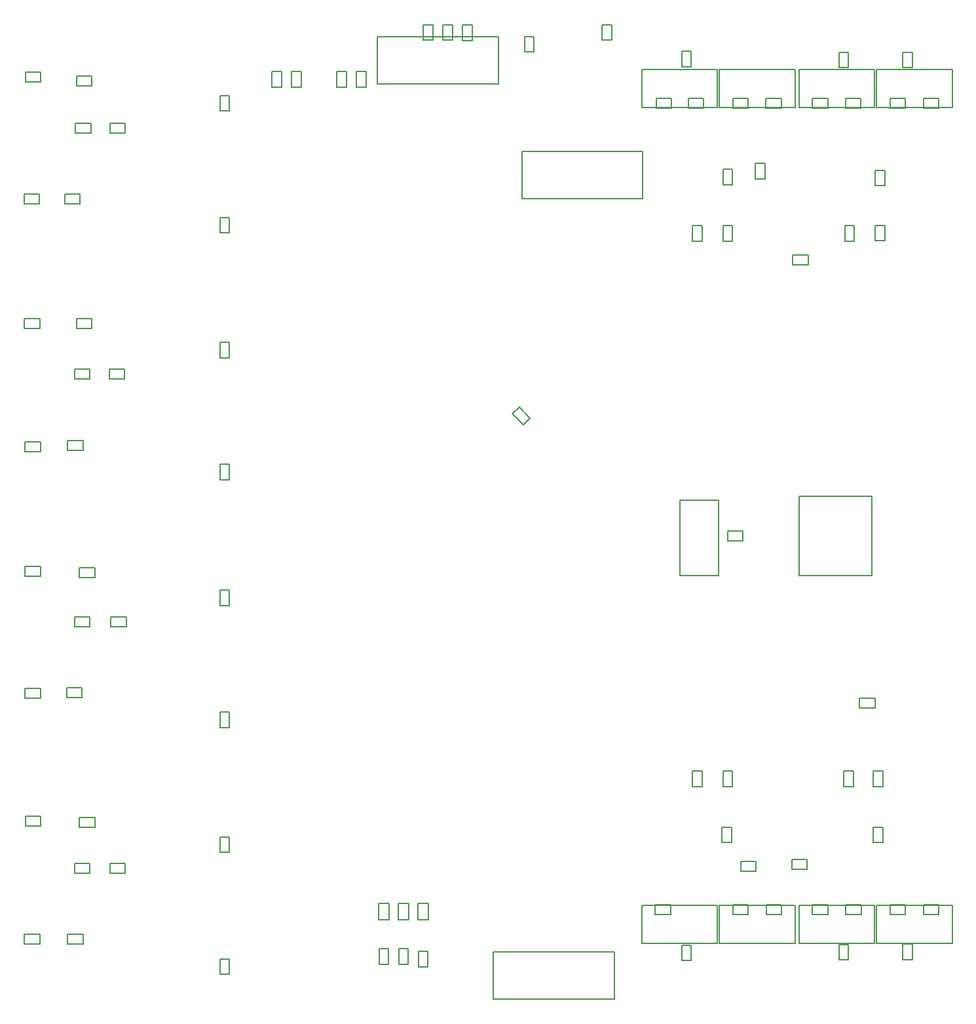
<source format=gbr>
%TF.GenerationSoftware,Altium Limited,Altium Designer,21.6.4 (81)*%
G04 Layer_Color=32896*
%FSLAX43Y43*%
%MOMM*%
%TF.SameCoordinates,5D8205C6-A8A5-4108-8313-488A8EE5113E*%
%TF.FilePolarity,Positive*%
%TF.FileFunction,Other,Mechanical_12*%
%TF.Part,Single*%
G01*
G75*
%TA.AperFunction,NonConductor*%
%ADD82C,0.200*%
%ADD83C,0.150*%
D82*
X126248Y159147D02*
X127498D01*
X126248D02*
Y161147D01*
X127498D01*
Y159147D02*
Y161147D01*
X126248Y79518D02*
X127498D01*
X126248D02*
Y81518D01*
X127498D01*
Y79518D02*
Y81518D01*
X126248Y63389D02*
X127498D01*
X126248D02*
Y65389D01*
X127498D01*
Y63389D02*
Y65389D01*
X126248Y47641D02*
X127498D01*
X126248D02*
Y49641D01*
X127498D01*
Y47641D02*
Y49641D01*
X106569Y51572D02*
Y52822D01*
X108569D01*
Y51572D02*
Y52822D01*
X106569Y51572D02*
X108569D01*
X108093Y66685D02*
Y67935D01*
X110093D01*
Y66685D02*
Y67935D01*
X108093Y66685D02*
X110093D01*
X108093Y98943D02*
Y100193D01*
X110093D01*
Y98943D02*
Y100193D01*
X108093Y98943D02*
X110093D01*
X106569Y115326D02*
Y116576D01*
X108569D01*
Y115326D02*
Y116576D01*
X106569Y115326D02*
X108569D01*
X107712Y131074D02*
Y132324D01*
X109712D01*
Y131074D02*
Y132324D01*
X107712Y131074D02*
X109712D01*
X107712Y162443D02*
Y163693D01*
X109712D01*
Y162443D02*
Y163693D01*
X107712Y162443D02*
X109712D01*
X101108Y162951D02*
Y164201D01*
X103108D01*
Y162951D02*
Y164201D01*
X101108Y162951D02*
X103108D01*
X106442Y83449D02*
Y84699D01*
X108442D01*
Y83449D02*
Y84699D01*
X106442Y83449D02*
X108442D01*
X155077Y168291D02*
X156327D01*
X155077D02*
Y170291D01*
X156327D01*
Y168291D02*
Y170291D01*
X157617Y170256D02*
X158867D01*
Y168256D02*
Y170256D01*
X157617Y168256D02*
X158867D01*
X157617D02*
Y170256D01*
X165618Y166767D02*
X166868D01*
X165618D02*
Y168767D01*
X166868D01*
Y166767D02*
Y168767D01*
X175651Y170291D02*
X176901D01*
Y168291D02*
Y170291D01*
X175651Y168291D02*
X176901D01*
X175651D02*
Y170291D01*
X164078Y120026D02*
X164962Y120910D01*
X166376Y119496D01*
X165492Y118612D02*
X166376Y119496D01*
X164078Y120026D02*
X165492Y118612D01*
X182515Y55382D02*
Y56632D01*
X184515D01*
Y55382D02*
Y56632D01*
X182515Y55382D02*
X184515D01*
X196866D02*
Y56632D01*
X198866D01*
Y55382D02*
Y56632D01*
X196866Y55382D02*
X198866D01*
X202835D02*
Y56632D01*
X204835D01*
Y55382D02*
Y56632D01*
X202835Y55382D02*
X204835D01*
X207153D02*
Y56632D01*
X209153D01*
Y55382D02*
Y56632D01*
X207153Y55382D02*
X209153D01*
X217186D02*
Y56632D01*
X219186D01*
Y55382D02*
Y56632D01*
X217186Y55382D02*
X219186D01*
X202168Y61224D02*
Y62474D01*
X200168Y61224D02*
X202168D01*
X200168D02*
Y62474D01*
X202168D01*
X195564Y60970D02*
Y62220D01*
X193564Y60970D02*
X195564D01*
X193564D02*
Y62220D01*
X195564D01*
X191145Y64659D02*
X192395D01*
X191145D02*
Y66659D01*
X192395D01*
Y64659D02*
Y66659D01*
X187335Y71898D02*
X188585D01*
X187335D02*
Y73898D01*
X188585D01*
Y71898D02*
Y73898D01*
X191272Y71898D02*
X192522D01*
X191272D02*
Y73898D01*
X192522D01*
Y71898D02*
Y73898D01*
X206893Y71898D02*
X208143D01*
X206893D02*
Y73898D01*
X208143D01*
Y71898D02*
Y73898D01*
X193875Y103642D02*
Y104892D01*
X191875Y103642D02*
X193875D01*
X191875D02*
Y104892D01*
X193875D01*
X201146Y99149D02*
X210493D01*
X201146D02*
Y109385D01*
X210493D01*
Y99149D02*
Y109385D01*
X202295Y139329D02*
Y140579D01*
X200295Y139329D02*
X202295D01*
X200295D02*
Y140579D01*
X202295D01*
X187335Y144348D02*
X188585D01*
Y142348D02*
Y144348D01*
X187335Y142348D02*
X188585D01*
X187335D02*
Y144348D01*
X195463Y152384D02*
X196713D01*
Y150384D02*
Y152384D01*
X195463Y150384D02*
X196713D01*
X195463D02*
Y152384D01*
X207020Y144348D02*
X208270D01*
Y142348D02*
Y144348D01*
X207020Y142348D02*
X208270D01*
X207020D02*
Y144348D01*
X210957Y144383D02*
X212207D01*
Y142383D02*
Y144383D01*
X210957Y142383D02*
X212207D01*
X210957D02*
Y144383D01*
X219186Y159522D02*
Y160772D01*
X217186Y159522D02*
X219186D01*
X217186D02*
Y160772D01*
X219186D01*
X214868Y159522D02*
Y160772D01*
X212868Y159522D02*
X214868D01*
X212868D02*
Y160772D01*
X214868D01*
X207118Y159522D02*
Y160772D01*
X209118D01*
Y159522D02*
Y160772D01*
X207118Y159522D02*
X209118D01*
X204835D02*
Y160772D01*
X202835Y159522D02*
X204835D01*
X202835D02*
Y160772D01*
X204835D01*
X198831Y159522D02*
Y160772D01*
X196831Y159522D02*
X198831D01*
X196831D02*
Y160772D01*
X198831D01*
X194548Y159522D02*
Y160772D01*
X192548Y159522D02*
X194548D01*
X192548D02*
Y160772D01*
X194548D01*
X186798Y159522D02*
Y160772D01*
X188798D01*
Y159522D02*
Y160772D01*
X186798Y159522D02*
X188798D01*
X184642D02*
Y160772D01*
X182642Y159522D02*
X184642D01*
X182642D02*
Y160772D01*
X184642D01*
X177218Y44494D02*
Y50594D01*
X161618D02*
X177218D01*
X161618Y44494D02*
Y50594D01*
Y44494D02*
X177218D01*
X151852Y54703D02*
X153202D01*
Y56803D01*
X151852D02*
X153202D01*
X151852Y54703D02*
Y56803D01*
X149312Y54703D02*
Y56803D01*
X150662D01*
Y54703D02*
Y56803D01*
X149312Y54703D02*
X150662D01*
X146772D02*
Y56803D01*
X148122D01*
Y54703D02*
Y56803D01*
X146772Y54703D02*
X148122D01*
X220917Y159577D02*
Y164537D01*
X211137Y159577D02*
X220917D01*
X211137D02*
Y164537D01*
X220917D01*
X210884Y159572D02*
Y164532D01*
X201104Y159572D02*
X210884D01*
X201104D02*
Y164532D01*
X210884D01*
X200597Y159577D02*
Y164537D01*
X190817Y159577D02*
X200597D01*
X190817D02*
Y164537D01*
X200597D01*
X190564Y159577D02*
Y164537D01*
X180784Y159577D02*
X190564D01*
X180784D02*
Y164537D01*
X190564D01*
X201104Y51617D02*
X210884D01*
Y56577D01*
X201104D02*
X210884D01*
X201104Y51617D02*
Y56577D01*
X211137Y51617D02*
X220917D01*
Y56577D01*
X211137D02*
X220917D01*
X211137Y51617D02*
Y56577D01*
X190817Y51617D02*
X200597D01*
Y56577D01*
X190817D02*
X200597D01*
X190817Y51617D02*
Y56577D01*
X180784Y51617D02*
X190564D01*
Y56577D01*
X180784D02*
X190564D01*
X180784Y51617D02*
Y56577D01*
X165301Y153926D02*
X180901D01*
Y147826D02*
Y153926D01*
X165301Y147826D02*
X180901D01*
X165301D02*
Y153926D01*
X146632Y168739D02*
X162232D01*
Y162639D02*
Y168739D01*
X146632Y162639D02*
X162232D01*
X146632D02*
Y168739D01*
X134229Y162230D02*
Y164230D01*
X132979D02*
X134229D01*
X132979Y162230D02*
Y164230D01*
Y162230D02*
X134229D01*
X136769D02*
Y164230D01*
X135519D02*
X136769D01*
X135519Y162230D02*
Y164230D01*
Y162230D02*
X136769D01*
X142611D02*
Y164230D01*
X141361D02*
X142611D01*
X141361Y162230D02*
Y164230D01*
Y162230D02*
X142611D01*
X145151D02*
Y164230D01*
X143901D02*
X145151D01*
X143901Y162230D02*
Y164230D01*
Y162230D02*
X145151D01*
X153787Y168291D02*
Y170291D01*
X152537D02*
X153787D01*
X152537Y168291D02*
Y170291D01*
Y168291D02*
X153787D01*
X191272Y142326D02*
Y144326D01*
Y142326D02*
X192522D01*
Y144326D01*
X191272D02*
X192522D01*
X191272Y149622D02*
Y151622D01*
Y149622D02*
X192522D01*
Y151622D01*
X191272D02*
X192522D01*
X211936Y64676D02*
Y66676D01*
X210686D02*
X211936D01*
X210686Y64676D02*
Y66676D01*
Y64676D02*
X211936D01*
X211953Y71898D02*
Y73898D01*
X210703D02*
X211953D01*
X210703Y71898D02*
Y73898D01*
Y71898D02*
X211953D01*
X192548Y56632D02*
X194548D01*
X192548Y55382D02*
Y56632D01*
Y55382D02*
X194548D01*
Y56632D01*
X212868D02*
X214868D01*
X212868Y55382D02*
Y56632D01*
Y55382D02*
X214868D01*
Y56632D01*
X214513Y166735D02*
X215763D01*
Y164735D02*
Y166735D01*
X214513Y164735D02*
X215763D01*
X214513D02*
Y166735D01*
X206258D02*
X207508D01*
Y164735D02*
Y166735D01*
X206258Y164735D02*
X207508D01*
X206258D02*
Y166735D01*
X185938Y166897D02*
X187188D01*
Y164897D02*
Y166897D01*
X185938Y164897D02*
X187188D01*
X185938D02*
Y166897D01*
X208931Y82052D02*
X210931D01*
Y83302D01*
X208931D02*
X210931D01*
X208931Y82052D02*
Y83302D01*
X185734Y99123D02*
X190694D01*
X185734D02*
Y108903D01*
X190694D01*
Y99123D02*
Y108903D01*
X215763Y49546D02*
Y51546D01*
X214513D02*
X215763D01*
X214513Y49546D02*
Y51546D01*
Y49546D02*
X215763D01*
X207508Y49511D02*
Y51511D01*
X206258D02*
X207508D01*
X206258Y49511D02*
Y51511D01*
Y49511D02*
X207508D01*
X187188Y49419D02*
Y51419D01*
X185938D02*
X187188D01*
X185938Y49419D02*
Y51419D01*
Y49419D02*
X187188D01*
X127498Y143399D02*
Y145399D01*
X126248D02*
X127498D01*
X126248Y143399D02*
Y145399D01*
Y143399D02*
X127498D01*
Y127270D02*
Y129270D01*
X126248D02*
X127498D01*
X126248Y127270D02*
Y129270D01*
Y127270D02*
X127498D01*
Y111522D02*
Y113522D01*
X126248D02*
X127498D01*
X126248Y111522D02*
Y113522D01*
Y111522D02*
X127498D01*
Y95266D02*
Y97266D01*
X126248D02*
X127498D01*
X126248Y95266D02*
Y97266D01*
Y95266D02*
X127498D01*
X106188Y147203D02*
X108188D01*
Y148453D01*
X106188D02*
X108188D01*
X106188Y147203D02*
Y148453D01*
X101108Y66812D02*
X103108D01*
Y68062D01*
X101108D02*
X103108D01*
X101108Y66812D02*
Y68062D01*
X100946Y147203D02*
X102946D01*
Y148453D01*
X100946D02*
X102946D01*
X100946Y147203D02*
Y148453D01*
X100981Y51572D02*
X102981D01*
Y52822D01*
X100981D02*
X102981D01*
X100981Y51572D02*
Y52822D01*
X101073Y83322D02*
X103073D01*
Y84572D01*
X101073D02*
X103073D01*
X101073Y83322D02*
Y84572D01*
Y99070D02*
X103073D01*
Y100320D01*
X101073D02*
X103073D01*
X101073Y99070D02*
Y100320D01*
X100981Y131074D02*
X102981D01*
Y132324D01*
X100981D02*
X102981D01*
X100981Y131074D02*
Y132324D01*
X101073Y115199D02*
X103073D01*
Y116449D01*
X101073D02*
X103073D01*
X101073Y115199D02*
Y116449D01*
D83*
X109458Y60716D02*
Y61966D01*
X107458Y60716D02*
X109458D01*
X107458D02*
Y61966D01*
X109458D01*
Y92593D02*
Y93843D01*
X107458Y92593D02*
X109458D01*
X107458D02*
Y93843D01*
X109458D01*
Y124597D02*
Y125847D01*
X107458Y124597D02*
X109458D01*
X107458D02*
Y125847D01*
X109458D01*
X109585Y156347D02*
Y157597D01*
X107585Y156347D02*
X109585D01*
X107585D02*
Y157597D01*
X109585D01*
X151902Y50644D02*
X153152D01*
Y48644D02*
Y50644D01*
X151902Y48644D02*
X153152D01*
X151902D02*
Y50644D01*
X210957Y151495D02*
X212207D01*
Y149495D02*
Y151495D01*
X210957Y149495D02*
X212207D01*
X210957D02*
Y151495D01*
X149362Y48971D02*
Y50971D01*
Y48971D02*
X150612D01*
Y50971D01*
X149362D02*
X150612D01*
X146822Y48971D02*
Y50971D01*
Y48971D02*
X148072D01*
Y50971D01*
X146822D02*
X148072D01*
X112030Y61966D02*
X114030D01*
X112030Y60716D02*
Y61966D01*
Y60716D02*
X114030D01*
Y61966D01*
X111970Y125847D02*
X113970D01*
X111970Y124597D02*
Y125847D01*
Y124597D02*
X113970D01*
Y125847D01*
X112157Y93843D02*
X114157D01*
X112157Y92593D02*
Y93843D01*
Y92593D02*
X114157D01*
Y93843D01*
X112030Y157597D02*
X114030D01*
X112030Y156347D02*
Y157597D01*
Y156347D02*
X114030D01*
Y157597D01*
%TF.MD5,a48531b736b4db197153434b2a2e4c7f*%
M02*

</source>
